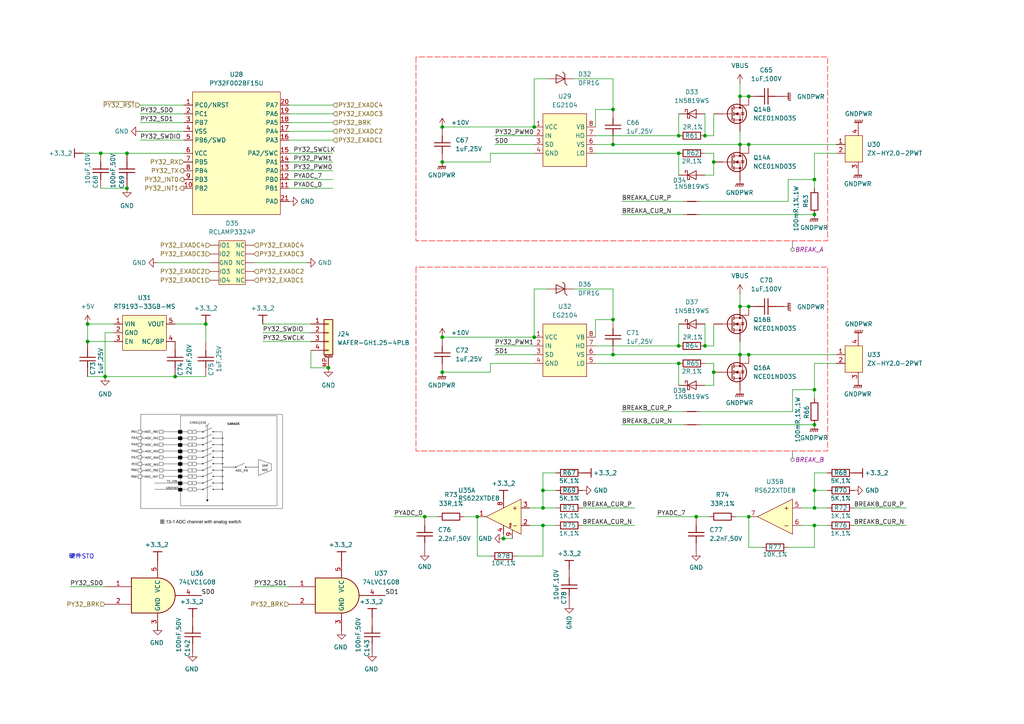
<source format=kicad_sch>
(kicad_sch (version 20250114) (generator "eeschema") (generator_version "9.0")
  (paper "A4")
  (text "硬件STO" (at 23.622 161.544 0) (effects (font (size 1.27 1.27))))
  (junction (at 154.94 36.83))
  (junction (at 30.48 109.22))
  (junction (at 207.01 107.95))
  (junction (at 25.4 99.06))
  (junction (at 236.22 142.24))
  (junction (at 217.17 41.91))
  (junction (at 36.83 44.45))
  (junction (at 196.85 100.33))
  (junction (at 157.48 152.4))
  (junction (at 29.21 44.45))
  (junction (at 236.22 147.32))
  (junction (at 123.19 149.86))
  (junction (at 157.48 142.24))
  (junction (at 201.93 149.86))
  (junction (at 59.69 93.98))
  (junction (at 177.8 41.91))
  (junction (at 217.17 27.94))
  (junction (at 204.47 39.37))
  (junction (at 217.17 102.87))
  (junction (at 128.27 36.83))
  (junction (at 214.63 102.87))
  (junction (at 217.17 149.86))
  (junction (at 214.63 27.94))
  (junction (at 236.22 113.03))
  (junction (at 177.8 92.71))
  (junction (at 128.27 97.79))
  (junction (at 236.22 52.07))
  (junction (at 196.85 105.41))
  (junction (at 196.85 39.37))
  (junction (at 177.8 31.75))
  (junction (at 207.01 46.99))
  (junction (at 128.27 107.95))
  (junction (at 214.63 88.9))
  (junction (at 146.05 156.21))
  (junction (at 50.8 109.22))
  (junction (at 128.27 46.99))
  (junction (at 236.22 152.4))
  (junction (at 196.85 44.45))
  (junction (at 236.22 62.23))
  (junction (at 154.94 97.79))
  (junction (at 36.83 54.61))
  (junction (at 138.43 149.86))
  (junction (at 177.8 102.87))
  (junction (at 25.4 93.98))
  (junction (at 157.48 147.32))
  (junction (at 204.47 100.33))
  (junction (at 95.25 106.68))
  (junction (at 214.63 41.91))
  (junction (at 217.17 88.9))
  (junction (at 236.22 123.19))
  (wire (pts (xy 236.22 113.03) (xy 236.22 105.41)))
  (wire (pts (xy 236.22 142.24) (xy 236.22 147.32)))
  (wire (pts (xy 148.59 156.21) (xy 146.05 156.21)))
  (wire (pts (xy 214.63 85.09) (xy 214.63 88.9)))
  (wire (pts (xy 154.94 22.86) (xy 158.75 22.86)))
  (wire (pts (xy 204.47 105.41) (xy 207.01 105.41)))
  (wire (pts (xy 190.5 149.86) (xy 201.93 149.86)))
  (wire (pts (xy 40.64 35.56) (xy 53.34 35.56)))
  (wire (pts (xy 143.51 39.37) (xy 154.94 39.37)))
  (wire (pts (xy 36.83 44.45) (xy 53.34 44.45)))
  (wire (pts (xy 172.72 102.87) (xy 177.8 102.87)))
  (wire (pts (xy 207.01 111.76) (xy 207.01 107.95)))
  (wire (pts (xy 83.82 52.07) (xy 96.52 52.07)))
  (wire (pts (xy 228.6 52.07) (xy 236.22 52.07)))
  (wire (pts (xy 83.82 38.1) (xy 96.52 38.1)))
  (wire (pts (xy 161.29 147.32) (xy 157.48 147.32)))
  (wire (pts (xy 177.8 102.87) (xy 214.63 102.87)))
  (wire (pts (xy 157.48 142.24) (xy 157.48 147.32)))
  (wire (pts (xy 180.34 123.19) (xy 198.12 123.19)))
  (wire (pts (xy 204.47 111.76) (xy 207.01 111.76)))
  (wire (pts (xy 217.17 149.86) (xy 217.17 158.75)))
  (wire (pts (xy 153.67 152.4) (xy 157.48 152.4)))
  (wire (pts (xy 203.2 123.19) (xy 236.22 123.19)))
  (wire (pts (xy 154.94 36.83) (xy 154.94 22.86)))
  (wire (pts (xy 228.6 158.75) (xy 236.22 158.75)))
  (wire (pts (xy 213.36 149.86) (xy 217.17 149.86)))
  (wire (pts (xy 40.64 38.1) (xy 53.34 38.1)))
  (wire (pts (xy 172.72 41.91) (xy 177.8 41.91)))
  (wire (pts (xy 114.3 149.86) (xy 123.19 149.86)))
  (wire (pts (xy 180.34 119.38) (xy 198.12 119.38)))
  (wire (pts (xy 240.03 142.24) (xy 236.22 142.24)))
  (wire (pts (xy 236.22 52.07) (xy 236.22 44.45)))
  (wire (pts (xy 172.72 100.33) (xy 196.85 100.33)))
  (wire (pts (xy 214.63 102.87) (xy 217.17 102.87)))
  (wire (pts (xy 232.41 152.4) (xy 236.22 152.4)))
  (wire (pts (xy 29.21 54.61) (xy 36.83 54.61)))
  (wire (pts (xy 168.91 152.4) (xy 184.15 152.4)))
  (wire (pts (xy 96.52 44.45) (xy 83.82 44.45)))
  (wire (pts (xy 128.27 97.79) (xy 154.94 97.79)))
  (wire (pts (xy 172.72 36.83) (xy 172.72 31.75)))
  (wire (pts (xy 172.72 44.45) (xy 196.85 44.45)))
  (wire (pts (xy 29.21 44.45) (xy 36.83 44.45)))
  (wire (pts (xy 25.4 99.06) (xy 25.4 93.98)))
  (wire (pts (xy 236.22 158.75) (xy 236.22 152.4)))
  (wire (pts (xy 172.72 31.75) (xy 177.8 31.75)))
  (wire (pts (xy 203.2 119.38) (xy 229.87 119.38)))
  (wire (pts (xy 24.13 44.45) (xy 29.21 44.45)))
  (wire (pts (xy 168.91 147.32) (xy 184.15 147.32)))
  (wire (pts (xy 134.62 149.86) (xy 138.43 149.86)))
  (wire (pts (xy 157.48 147.32) (xy 153.67 147.32)))
  (wire (pts (xy 59.69 93.98) (xy 59.69 99.06)))
  (wire (pts (xy 76.2 93.98) (xy 90.17 93.98)))
  (wire (pts (xy 236.22 115.57) (xy 236.22 113.03)))
  (wire (pts (xy 204.47 50.8) (xy 207.01 50.8)))
  (wire (pts (xy 138.43 149.86) (xy 138.43 161.29)))
  (wire (pts (xy 214.63 38.1) (xy 214.63 41.91)))
  (wire (pts (xy 196.85 33.02) (xy 196.85 39.37)))
  (wire (pts (xy 33.02 99.06) (xy 25.4 99.06)))
  (wire (pts (xy 40.64 33.02) (xy 53.34 33.02)))
  (wire (pts (xy 247.65 147.32) (xy 262.89 147.32)))
  (wire (pts (xy 90.17 106.68) (xy 95.25 106.68)))
  (wire (pts (xy 25.4 93.98) (xy 33.02 93.98)))
  (wire (pts (xy 20.32 170.18) (xy 30.48 170.18)))
  (wire (pts (xy 214.63 27.94) (xy 217.17 27.94)))
  (wire (pts (xy 204.47 93.98) (xy 204.47 100.33)))
  (wire (pts (xy 232.41 147.32) (xy 236.22 147.32)))
  (wire (pts (xy 236.22 147.32) (xy 240.03 147.32)))
  (wire (pts (xy 177.8 41.91) (xy 214.63 41.91)))
  (wire (pts (xy 73.66 170.18) (xy 83.82 170.18)))
  (wire (pts (xy 142.24 46.99) (xy 142.24 44.45)))
  (wire (pts (xy 196.85 93.98) (xy 196.85 100.33)))
  (wire (pts (xy 207.01 105.41) (xy 207.01 107.95)))
  (wire (pts (xy 204.47 33.02) (xy 204.47 39.37)))
  (wire (pts (xy 196.85 44.45) (xy 196.85 50.8)))
  (wire (pts (xy 83.82 46.99) (xy 96.52 46.99)))
  (wire (pts (xy 236.22 54.61) (xy 236.22 52.07)))
  (wire (pts (xy 83.82 33.02) (xy 96.52 33.02)))
  (wire (pts (xy 204.47 100.33) (xy 207.01 100.33)))
  (wire (pts (xy 166.37 83.82) (xy 177.8 83.82)))
  (wire (pts (xy 204.47 39.37) (xy 207.01 39.37)))
  (wire (pts (xy 157.48 161.29) (xy 157.48 152.4)))
  (wire (pts (xy 172.72 97.79) (xy 172.72 92.71)))
  (wire (pts (xy 76.2 96.52) (xy 90.17 96.52)))
  (wire (pts (xy 240.03 137.16) (xy 236.22 137.16)))
  (wire (pts (xy 236.22 152.4) (xy 240.03 152.4)))
  (wire (pts (xy 128.27 46.99) (xy 142.24 46.99)))
  (wire (pts (xy 123.19 149.86) (xy 127 149.86)))
  (wire (pts (xy 207.01 100.33) (xy 207.01 93.98)))
  (wire (pts (xy 177.8 22.86) (xy 177.8 31.75)))
  (wire (pts (xy 33.02 96.52) (xy 30.48 96.52)))
  (wire (pts (xy 76.2 99.06) (xy 90.17 99.06)))
  (wire (pts (xy 30.48 96.52) (xy 30.48 109.22)))
  (wire (pts (xy 180.34 62.23) (xy 198.12 62.23)))
  (wire (pts (xy 236.22 44.45) (xy 242.57 44.45)))
  (wire (pts (xy 149.86 161.29) (xy 157.48 161.29)))
  (wire (pts (xy 236.22 137.16) (xy 236.22 142.24)))
  (wire (pts (xy 207.01 44.45) (xy 207.01 46.99)))
  (wire (pts (xy 142.24 44.45) (xy 154.94 44.45)))
  (wire (pts (xy 214.63 24.13) (xy 214.63 27.94)))
  (wire (pts (xy 83.82 30.48) (xy 96.52 30.48)))
  (wire (pts (xy 73.66 76.2) (xy 88.9 76.2)))
  (wire (pts (xy 172.72 92.71) (xy 177.8 92.71)))
  (wire (pts (xy 247.65 152.4) (xy 262.89 152.4)))
  (wire (pts (xy 143.51 41.91) (xy 154.94 41.91)))
  (wire (pts (xy 50.8 109.22) (xy 59.69 109.22)))
  (wire (pts (xy 204.47 44.45) (xy 207.01 44.45)))
  (wire (pts (xy 236.22 105.41) (xy 242.57 105.41)))
  (wire (pts (xy 217.17 41.91) (xy 242.57 41.91)))
  (wire (pts (xy 172.72 39.37) (xy 196.85 39.37)))
  (wire (pts (xy 161.29 142.24) (xy 157.48 142.24)))
  (wire (pts (xy 207.01 39.37) (xy 207.01 33.02)))
  (wire (pts (xy 146.05 154.94) (xy 146.05 156.21)))
  (wire (pts (xy 143.51 100.33) (xy 154.94 100.33)))
  (wire (pts (xy 214.63 99.06) (xy 214.63 102.87)))
  (wire (pts (xy 177.8 83.82) (xy 177.8 92.71)))
  (wire (pts (xy 180.34 58.42) (xy 198.12 58.42)))
  (wire (pts (xy 83.82 49.53) (xy 96.52 49.53)))
  (wire (pts (xy 45.72 182.88) (xy 45.72 181.61)))
  (wire (pts (xy 201.93 149.86) (xy 205.74 149.86)))
  (wire (pts (xy 143.51 102.87) (xy 154.94 102.87)))
  (wire (pts (xy 45.72 76.2) (xy 60.96 76.2)))
  (wire (pts (xy 157.48 137.16) (xy 157.48 142.24)))
  (wire (pts (xy 40.64 40.64) (xy 53.34 40.64)))
  (wire (pts (xy 217.17 102.87) (xy 242.57 102.87)))
  (wire (pts (xy 214.63 88.9) (xy 217.17 88.9)))
  (wire (pts (xy 30.48 109.22) (xy 50.8 109.22)))
  (wire (pts (xy 83.82 40.64) (xy 96.52 40.64)))
  (wire (pts (xy 220.98 158.75) (xy 217.17 158.75)))
  (wire (pts (xy 166.37 22.86) (xy 177.8 22.86)))
  (wire (pts (xy 203.2 62.23) (xy 236.22 62.23)))
  (wire (pts (xy 229.87 113.03) (xy 236.22 113.03)))
  (wire (pts (xy 154.94 83.82) (xy 158.75 83.82)))
  (wire (pts (xy 172.72 105.41) (xy 196.85 105.41)))
  (wire (pts (xy 128.27 36.83) (xy 154.94 36.83)))
  (wire (pts (xy 83.82 35.56) (xy 96.52 35.56)))
  (wire (pts (xy 40.64 30.48) (xy 53.34 30.48)))
  (wire (pts (xy 228.6 58.42) (xy 228.6 52.07)))
  (wire (pts (xy 196.85 105.41) (xy 196.85 111.76)))
  (wire (pts (xy 142.24 161.29) (xy 138.43 161.29)))
  (wire (pts (xy 203.2 58.42) (xy 228.6 58.42)))
  (wire (pts (xy 214.63 41.91) (xy 217.17 41.91)))
  (wire (pts (xy 207.01 50.8) (xy 207.01 46.99)))
  (wire (pts (xy 50.8 93.98) (xy 59.69 93.98)))
  (wire (pts (xy 229.87 119.38) (xy 229.87 113.03)))
  (wire (pts (xy 142.24 107.95) (xy 142.24 105.41)))
  (wire (pts (xy 154.94 97.79) (xy 154.94 83.82)))
  (wire (pts (xy 157.48 152.4) (xy 161.29 152.4)))
  (wire (pts (xy 90.17 101.6) (xy 90.17 106.68)))
  (wire (pts (xy 161.29 137.16) (xy 157.48 137.16)))
  (wire (pts (xy 83.82 54.61) (xy 96.52 54.61)))
  (wire (pts (xy 142.24 105.41) (xy 154.94 105.41)))
  (wire (pts (xy 128.27 107.95) (xy 142.24 107.95)))
  (wire (pts (xy 25.4 109.22) (xy 30.48 109.22)))
  (image (at 59.69 135.89))
  (label "BREAKB_CUR_N" (at 247.65 152.4 0))
  (label "PY32_SWCLK" (at 76.2 99.06 0))
  (label "PY32_PWM0" (at 85.09 49.53 0))
  (label "PY32_SD1" (at 40.64 35.56 0))
  (label "PY32_SWCLK" (at 85.09 44.45 0))
  (label "PY32_SD0" (at 20.32 170.18 0))
  (label "BREAKA_CUR_N" (at 168.91 152.4 0))
  (label "SD1" (at 143.51 102.87 0))
  (label "PY32_PWM1" (at 143.51 100.33 0))
  (label "SD0" (at 58.42 172.72 0))
  (label "PY32_PWM0" (at 143.51 39.37 0))
  (label "PY32_SD0" (at 40.64 33.02 0))
  (label "PYADC_7" (at 190.5 149.86 0))
  (label "SD1" (at 111.76 172.72 0))
  (label "PYADC_0" (at 114.3 149.86 0))
  (label "BREAKA_CUR_P" (at 180.34 58.42 0))
  (label "BREAKA_CUR_N" (at 180.34 62.23 0))
  (label "PY32_SWDIO" (at 76.2 96.52 0))
  (label "BREAKB_CUR_P" (at 247.65 147.32 0))
  (label "PY32_PWM1" (at 85.09 46.99 0))
  (label "PYADC_0" (at 85.09 54.61 0))
  (label "SD0" (at 143.51 41.91 0))
  (label "BREAKB_CUR_N" (at 180.34 123.19 0))
  (label "BREAKA_CUR_P" (at 168.91 147.32 0))
  (label "BREAKB_CUR_P" (at 180.34 119.38 0))
  (label "PYADC_7" (at 85.09 52.07 0))
  (label "PY32_SD1" (at 73.66 170.18 0))
  (label "PY32_SWDIO" (at 40.64 40.64 0))
  (hierarchical_label "PY32_EXADC4" (shape input) (at 96.52 30.48 0))
  (hierarchical_label "PY32_EXADC2" (shape input) (at 60.96 78.74 180))
  (hierarchical_label "PY32_EXADC3" (shape input) (at 96.52 33.02 0))
  (hierarchical_label "PY32_EXADC4" (shape input) (at 73.66 71.12 0))
  (hierarchical_label "PY32_EXADC4" (shape input) (at 60.96 71.12 180))
  (hierarchical_label "PY32_BRK" (shape input) (at 83.82 175.26 180))
  (hierarchical_label "PY32_INT0" (shape output) (at 53.34 52.07 180))
  (hierarchical_label "PY32_RX" (shape input) (at 53.34 46.99 180))
  (hierarchical_label "PY32_EXADC1" (shape input) (at 60.96 81.28 180))
  (hierarchical_label "PY32_INT1" (shape output) (at 53.34 54.61 180))
  (hierarchical_label "PY32_EXADC1" (shape input) (at 96.52 40.64 0))
  (hierarchical_label "PY32_BRK" (shape input) (at 30.48 175.26 180))
  (hierarchical_label "PY32_EXADC3" (shape input) (at 60.96 73.66 180))
  (hierarchical_label "PY32_BRK" (shape input) (at 96.52 35.56 0))
  (hierarchical_label "PY32_EXADC3" (shape input) (at 73.66 73.66 0))
  (hierarchical_label "~{PY32_RST}" (shape input) (at 40.64 30.48 180))
  (hierarchical_label "PY32_EXADC1" (shape input) (at 73.66 81.28 0))
  (hierarchical_label "PY32_EXADC2" (shape input) (at 96.52 38.1 0))
  (hierarchical_label "PY32_TX" (shape output) (at 53.34 49.53 180))
  (hierarchical_label "PY32_EXADC2" (shape input) (at 73.66 78.74 0))
  (rule_area (polyline (pts (xy 120.65 16.51) (xy 120.65 69.85) (xy 240.03 69.85) (xy 240.03 16.51)) (stroke (width 0) (type dash))))
  (rule_area (polyline (pts (xy 120.65 77.47) (xy 120.65 130.81) (xy 240.03 130.81) (xy 240.03 77.47)) (stroke (width 0) (type dash))))
  (netclass_flag "" (length 2.54) (shape round) (at 229.87 130.81 180) (property "Component Class" "BREAK_B" (at 230.5685 133.35 0) (effects (font (italic yes)) (justify left))))
  (netclass_flag "" (length 2.54) (shape round) (at 229.87 69.85 180) (property "Component Class" "BREAK_A" (at 230.5685 72.39 0) (effects (font (italic yes)) (justify left))))
  (symbol (lib_id "power:+10V") (at 128.27 97.79 0) (unit 1)
    (property "Reference" "#PWR0188" (effects (hide yes)))
    (property "Value" "+10V" (at 130.81 96.5199 0) (effects (justify left)))
    (property "Description" "Power symbol creates a global label with name \"+10V\"" (effects (hide yes)))
  )
  (symbol (lib_id "HPM6280Foc:RC0402FR-075KL") (at 243.84 142.24 0) (unit 1)
    (property "Reference" "R70" (at 243.84 142.24 0))
    (property "Value" "5K,1%" (at 243.84 144.526 0))
    (property "Footprint" "Resistor_SMD:R_0402_1005Metric" (effects (hide yes)))
    (property "Datasheet" "https://atta.szlcsc.com/upload/public/pdf/source/20200715/C477765_7B5FC8325F065A7C97D0E958BF6567D2.pdf" (effects (hide yes)))
    (property "华秋编号" "G0074770" (effects (hide yes)))
    (property "立创编号" "C477765" (effects (hide yes)))
  )
  (symbol (lib_id "HPM6280Foc:0402B222K500NT") (at 123.19 154.94 90) (unit 1)
    (property "Reference" "C76" (at 127 153.6699 90) (effects (justify right)))
    (property "Value" "2.2nF,50V" (at 127 156.2099 90) (effects (justify right)))
    (property "Footprint" "Capacitor_SMD:C_0402_1005Metric" (effects (hide yes)))
    (property "Datasheet" "https://item.szlcsc.com/datasheet/0402B222K500NT/1883.html?spm=sc.it.xds.a___sc.cidn.xh12.zy.t&lcsc_vid=RFRfBVcDE1AKVwFQFlNZVFdVEVVeBlJXT1hWXgUERFUxVlNSTlNcVldfT1VbXjsOAxUeFF5JWA0HFBBIBBsCBBcFWQIBCks%3D" (effects (hide yes)))
    (property "Description" "2.2nF ±10% 50V" (effects (hide yes)))
    (property "华秋编号" "G0069655" (effects (hide yes)))
    (property "立创编号" "C1531" (effects (hide yes)))
  )
  (symbol (lib_id "HPM6280Foc:CL05A105KA5NQNC") (at 177.8 97.79 90) (unit 1)
    (property "Reference" "C71" (at 181.61 96.5199 90) (effects (justify right)))
    (property "Value" "1uF,25V" (at 181.61 99.0599 90) (effects (justify right)))
    (property "Footprint" "Capacitor_SMD:C_0402_1005Metric" (effects (hide yes)))
    (property "制造商" "SAMSUNG(三星)" (effects (hide yes)))
    (property "华秋编号" "G0023341" (effects (hide yes)))
    (property "立创编号" "C52923" (effects (hide yes)))
  )
  (symbol (lib_id "HPM6280Foc:RS622XTDE8") (at 219.71 149.86 0) (unit 2)
    (property "Reference" "U35" (at 224.79 139.7 0))
    (property "Value" "RS622XTDE8" (at 224.79 142.24 0))
    (property "Footprint" "Package_DFN_QFN:DFN-8-1EP_2x2mm_P0.5mm_EP0.6x1.2mm" (effects (hide yes)))
    (property "Datasheet" "https://item.szlcsc.com/datasheet/RS622XTDE8/249394.html?spm=sc.it.xds.a___sc.gbn.xh3.zy.t&lcsc_vid=RFBZU1BXFlVXXwIAFldZUQYEEwRfUwFQQVdcX1JeQ1cxVlNSTlJYUF1WQ1hYXjsOAxUeFF5JWAgaAglIBBsCBBcFWQIBCks%3D" (effects (hide yes)))
    (property "Description" "超低噪声11nV/√Hz,7MHz,2通道运放" (effects (hide yes)))
    (property "华秋编号" "G4251408" (effects (hide yes)))
    (property "立创编号" "C255452" (effects (hide yes)))
  )
  (symbol (lib_id "HPM6280Foc:RS622XTDE8") (at 140.97 149.86 0) (unit 1)
    (property "Reference" "U35" (at 132.842 142.24 0) (effects (justify left)))
    (property "Value" "RS622XTDE8" (at 132.842 144.526 0) (effects (justify left)))
    (property "Footprint" "Package_DFN_QFN:DFN-8-1EP_2x2mm_P0.5mm_EP0.6x1.2mm" (effects (hide yes)))
    (property "Datasheet" "https://item.szlcsc.com/datasheet/RS622XTDE8/249394.html?spm=sc.it.xds.a___sc.gbn.xh3.zy.t&lcsc_vid=RFBZU1BXFlVXXwIAFldZUQYEEwRfUwFQQVdcX1JeQ1cxVlNSTlJYUF1WQ1hYXjsOAxUeFF5JWAgaAglIBBsCBBcFWQIBCks%3D" (effects (hide yes)))
    (property "Description" "超低噪声11nV/√Hz,7MHz,2通道运放" (effects (hide yes)))
    (property "华秋编号" "G4251408" (effects (hide yes)))
    (property "立创编号" "C255452" (effects (hide yes)))
  )
  (symbol (lib_id "power:GND") (at 146.05 156.21 270) (unit 1)
    (property "Reference" "#PWR0200" (effects (hide yes)))
    (property "Value" "GND" (at 140.716 156.21 90))
    (property "Description" "Power symbol creates a global label with name \"GND\" , ground" (effects (hide yes)))
  )
  (symbol (lib_id "74xGxx:74LVC1G08") (at 45.72 172.72 0) (unit 1)
    (property "Reference" "U36" (at 57.15 166.2998 0))
    (property "Value" "74LVC1G08" (at 57.15 168.8398 0))
    (property "Footprint" "Package_TO_SOT_SMD:SOT-353_SC-70-5" (effects (hide yes)))
    (property "Datasheet" "https://www.ti.com/lit/ds/symlink/sn74lvc1g08.pdf" (effects (hide yes)))
    (property "Description" "Single AND Gate, Low-Voltage CMOS" (effects (hide yes)))
  )
  (symbol (lib_id "power:GNDPWR") (at 236.22 62.23 0) (unit 1)
    (property "Reference" "#PWR0181" (effects (hide yes)))
    (property "Value" "GNDPWR" (at 236.093 66.04 0))
    (property "Description" "Power symbol creates a global label with name \"GNDPWR\" , global ground" (effects (hide yes)))
  )
  (symbol (lib_id "power:GNDPWR") (at 236.22 123.19 0) (unit 1)
    (property "Reference" "#PWR0194" (effects (hide yes)))
    (property "Value" "GNDPWR" (at 236.093 127 0))
    (property "Description" "Power symbol creates a global label with name \"GNDPWR\" , global ground" (effects (hide yes)))
  )
  (symbol (lib_id "HPM6280Foc:0402WGF1001TCE") (at 243.84 147.32 0) (unit 1)
    (property "Reference" "R72" (at 243.84 147.32 0))
    (property "Value" "1K,1%" (at 243.84 149.606 0))
    (property "Footprint" "Resistor_SMD:R_0402_1005Metric" (effects (hide yes)))
    (property "华秋编号" "G0063277" (effects (hide yes)))
    (property "立创编号" "C11702" (effects (hide yes)))
  )
  (symbol (lib_id "power:GNDPWR") (at 214.63 113.03 0) (unit 1)
    (property "Reference" "#PWR0193" (effects (hide yes)))
    (property "Value" "GNDPWR" (at 214.503 116.84 0))
    (property "Description" "Power symbol creates a global label with name \"GNDPWR\" , global ground" (effects (hide yes)))
  )
  (symbol (lib_id "HPM6280Foc:PY32F002BF15U") (at 55.88 26.67 0) (unit 1)
    (property "Reference" "U28" (at 68.58 21.59 0))
    (property "Value" "PY32F002BF15U" (at 68.58 24.13 0))
    (property "Footprint" "Package_DFN_QFN:QFN-20-1EP_3x3mm_P0.4mm_EP1.65x1.65mm" (effects (hide yes)))
    (property "Datasheet" "https://download.py32.org/Datasheet/zh-CN/PY32F002B%E7%B3%BB%E5%88%97%E6%95%B0%E6%8D%AE%E6%89%8B%E5%86%8C_Rev1.2.pdf" (effects (hide yes)))
  )
  (symbol (lib_id "HPM6280Foc:RC0402FR-075KL") (at 165.1 142.24 0) (unit 1)
    (property "Reference" "R69" (at 165.1 142.24 0))
    (property "Value" "5K,1%" (at 165.1 144.526 0))
    (property "Footprint" "Resistor_SMD:R_0402_1005Metric" (effects (hide yes)))
    (property "Datasheet" "https://atta.szlcsc.com/upload/public/pdf/source/20200715/C477765_7B5FC8325F065A7C97D0E958BF6567D2.pdf" (effects (hide yes)))
    (property "华秋编号" "G0074770" (effects (hide yes)))
    (property "立创编号" "C477765" (effects (hide yes)))
  )
  (symbol (lib_id "power:GND") (at 83.82 58.42 90) (unit 1)
    (property "Reference" "#PWR0180" (effects (hide yes)))
    (property "Value" "GND" (at 89.154 58.42 90))
    (property "Description" "Power symbol creates a global label with name \"GND\" , ground" (effects (hide yes)))
  )
  (symbol (lib_id "HPM6280Foc:0402B223K500NT") (at 50.8 104.14 90) (unit 1)
    (property "Reference" "C74" (at 52.324 105.156 0) (effects (justify right)))
    (property "Value" "22nF,50V" (at 54.864 99.822 0) (effects (justify right)))
    (property "Footprint" "Capacitor_SMD:C_0402_1005Metric" (effects (hide yes)))
    (property "Datasheet" "https://item.szlcsc.com/datasheet/0402B223K500NT/1884.html?spm=sc.it.xds.a___sc.cidn.xh1.zy.n&lcsc_vid=RFBZU1BXFlVXXwIAFldZUQYEEwRfUwFQQVdcX1JeQ1cxVlNSTlJZV1ZUQllYUzsOAxUeFF5JWBIBSRccGwIdBEoFGAxBAAgJFQACSQwSGg0%3D" (effects (hide yes)))
    (property "Description" "22nF ±10% 50V" (effects (hide yes)))
    (property "华秋编号" "G0065583" (effects (hide yes)))
    (property "立创编号" "C1532" (effects (hide yes)))
  )
  (symbol (lib_id "HPM6280Foc:+3.3_2") (at 170.18 137.16 90) (unit 1)
    (property "Reference" "#PWR0195" (effects (hide yes)))
    (property "Value" "+3.3_2" (at 175.514 137.16 90))
    (property "Description" "电源符号创建名为 '+3.3_2' 的全局标签" (effects (hide yes)))
  )
  (symbol (lib_id "HPM6280Foc:+3.3_2") (at 55.88 177.8 180) (unit 1)
    (property "Reference" "#PWR0333" (effects (hide yes)))
    (property "Value" "+3.3_2" (at 55.626 174.498 0))
    (property "Description" "电源符号创建名为 '+3.3_2' 的全局标签" (effects (hide yes)))
  )
  (symbol (lib_id "power:GND") (at 95.25 106.68 0) (unit 1)
    (property "Reference" "#PWR065" (effects (hide yes)))
    (property "Value" "GND" (at 95.25 111.76 0))
    (property "Description" "Power symbol creates a global label with name \"GND\" , ground" (effects (hide yes)))
  )
  (symbol (lib_id "power:GNDPWR") (at 227.33 27.94 90) (unit 1)
    (property "Reference" "#PWR0171" (effects (hide yes)))
    (property "Value" "GNDPWR" (at 231.14 28.0669 90) (effects (justify right)))
    (property "Description" "Power symbol creates a global label with name \"GNDPWR\" , global ground" (effects (hide yes)))
  )
  (symbol (lib_id "HPM6280Foc:NCE01ND03S") (at 207.01 107.95 0) (unit 1)
    (property "Reference" "Q16" (at 218.44 106.6799 0) (effects (justify left)))
    (property "Value" "NCE01ND03S" (at 218.44 109.2199 0) (effects (justify left)))
    (property "Footprint" "Package_SO:SOP-8_3.9x4.9mm_P1.27mm" (effects (hide yes)))
    (property "Datasheet" "https://item.szlcsc.com/datasheet/NCE01ND03S/515366.html?spm=sc.it.xds.a___sc.gbn.xh1.zy.t&lcsc_vid=RFBZU1BXFlVXXwIAFldZUQYEEwRfUwFQQVdcX1JeQ1cxVlNSTlJYVl1fRFFdUjsOAxUeFF5JWA0HFBBIBBsCBBcFWQIBCks%3D" (effects (hide yes)))
    (property "Description" "2个N沟道 耐压:100V 电流:3A" (effects (hide yes)))
    (property "华秋编号" "G6603933" (effects (hide yes)))
    (property "立创编号" "C502845" (effects (hide yes)))
  )
  (symbol (lib_id "HPM6280Foc:NCE01ND03S") (at 207.01 93.98 0) (unit 2)
    (property "Reference" "Q16" (at 218.44 92.7099 0) (effects (justify left)))
    (property "Value" "NCE01ND03S" (at 218.44 95.2499 0) (effects (justify left)))
    (property "Footprint" "Package_SO:SOP-8_3.9x4.9mm_P1.27mm" (effects (hide yes)))
    (property "Datasheet" "https://item.szlcsc.com/datasheet/NCE01ND03S/515366.html?spm=sc.it.xds.a___sc.gbn.xh1.zy.t&lcsc_vid=RFBZU1BXFlVXXwIAFldZUQYEEwRfUwFQQVdcX1JeQ1cxVlNSTlJYVl1fRFFdUjsOAxUeFF5JWA0HFBBIBBsCBBcFWQIBCks%3D" (effects (hide yes)))
    (property "Description" "2个N沟道 耐压:100V 电流:3A" (effects (hide yes)))
    (property "华秋编号" "G6603933" (effects (hide yes)))
    (property "立创编号" "C502845" (effects (hide yes)))
  )
  (symbol (lib_id "Device:NetTie_2") (at 200.66 119.38 0) (unit 1) (in_bom no)
    (property "Reference" "NT19" (effects (hide yes)))
    (property "Value" "NetTie_2" (effects (hide yes)))
    (property "Footprint" "Library:NetTie_SMD_5mil" (effects (hide yes)))
    (property "Description" "Net tie, 2 pins" (effects (hide yes)))
  )
  (symbol (lib_id "power:GND") (at 107.95 189.23 0) (unit 1)
    (property "Reference" "#PWR0336" (effects (hide yes)))
    (property "Value" "GND" (at 107.696 194.056 0))
    (property "Description" "Power symbol creates a global label with name \"GND\" , ground" (effects (hide yes)))
  )
  (symbol (lib_id "power:GND") (at 99.06 182.88 0) (unit 1)
    (property "Reference" "#PWR0332" (effects (hide yes)))
    (property "Value" "GND" (at 98.806 187.706 0))
    (property "Description" "Power symbol creates a global label with name \"GND\" , ground" (effects (hide yes)))
  )
  (symbol (lib_id "power:GND") (at 165.1 175.26 0) (unit 1)
    (property "Reference" "#PWR0204" (effects (hide yes)))
    (property "Value" "GND" (at 165.1 180.594 90))
    (property "Description" "Power symbol creates a global label with name \"GND\" , ground" (effects (hide yes)))
  )
  (symbol (lib_id "power:VBUS") (at 214.63 85.09 0) (unit 1)
    (property "Reference" "#PWR0184" (effects (hide yes)))
    (property "Value" "VBUS" (at 214.63 80.01 0))
    (property "Description" "Power symbol creates a global label with name \"VBUS\"" (effects (hide yes)))
  )
  (symbol (lib_id "HPM6280Foc:CL05A105KA5NQNC") (at 177.8 36.83 90) (unit 1)
    (property "Reference" "C66" (at 181.61 35.5599 90) (effects (justify right)))
    (property "Value" "1uF,25V" (at 181.61 38.0999 90) (effects (justify right)))
    (property "Footprint" "Capacitor_SMD:C_0402_1005Metric" (effects (hide yes)))
    (property "制造商" "SAMSUNG(三星)" (effects (hide yes)))
    (property "华秋编号" "G0023341" (effects (hide yes)))
    (property "立创编号" "C52923" (effects (hide yes)))
  )
  (symbol (lib_id "HPM6280Foc:0402WGF200KTCE") (at 200.66 105.41 0) (unit 1)
    (property "Reference" "R65" (at 200.914 105.41 0))
    (property "Value" "2R,1%" (at 200.66 107.696 0))
    (property "Footprint" "Resistor_SMD:R_0402_1005Metric" (effects (hide yes)))
    (property "Datasheet" "https://item.szlcsc.com/datasheet/0402WGF200KTCE/260010.html?spm=sc.it.xds.a___sc.cidn.xh1.zy.n&lcsc_vid=RFBZU1BXFlVXXwIAFldZUQYEEwRfUwFQQVdcX1JeQ1cxVlNSTlJYUFxSQ1dWXzsOAxUeFF5JWBIBSRccGwIdBEoFGAxBAAgJFQACSQwSGg0%3D" (effects (hide yes)))
    (property "Description" "2Ω ±1% 62.5mW 厚膜电阻" (effects (hide yes)))
    (property "华秋编号" "G3327760" (effects (hide yes)))
    (property "立创编号" "C270630" (effects (hide yes)))
  )
  (symbol (lib_id "power:GND") (at 30.48 109.22 0) (unit 1)
    (property "Reference" "#PWR0191" (effects (hide yes)))
    (property "Value" "GND" (at 30.48 114.3 0))
    (property "Description" "Power symbol creates a global label with name \"GND\" , ground" (effects (hide yes)))
  )
  (symbol (lib_id "HPM6280Foc:RC0402FR-075KL") (at 243.84 137.16 0) (unit 1)
    (property "Reference" "R68" (at 243.84 137.16 0))
    (property "Value" "5K,1%" (at 243.84 139.446 0))
    (property "Footprint" "Resistor_SMD:R_0402_1005Metric" (effects (hide yes)))
    (property "Datasheet" "https://atta.szlcsc.com/upload/public/pdf/source/20200715/C477765_7B5FC8325F065A7C97D0E958BF6567D2.pdf" (effects (hide yes)))
    (property "华秋编号" "G0074770" (effects (hide yes)))
    (property "立创编号" "C477765" (effects (hide yes)))
  )
  (symbol (lib_id "HPM6280Foc:CL05A105KA5NQNC") (at 25.4 104.14 90) (unit 1)
    (property "Reference" "C73" (at 26.924 104.902 0) (effects (justify right)))
    (property "Value" "1uF,25V" (at 29.21 100.838 0) (effects (justify right)))
    (property "Footprint" "Capacitor_SMD:C_0402_1005Metric" (effects (hide yes)))
    (property "制造商" "SAMSUNG(三星)" (effects (hide yes)))
    (property "华秋编号" "G0023341" (effects (hide yes)))
    (property "立创编号" "C52923" (effects (hide yes)))
  )
  (symbol (lib_id "HPM6280Foc:+3.3_2") (at 76.2 92.71 180) (unit 1)
    (property "Reference" "#PWR0328" (effects (hide yes)))
    (property "Value" "+3.3_2" (at 76.2 89.408 0))
    (property "Description" "电源符号创建名为 '+3.3_2' 的全局标签" (effects (hide yes)))
  )
  (symbol (lib_id "power:GND") (at 36.83 54.61 0) (unit 1)
    (property "Reference" "#PWR0179" (effects (hide yes)))
    (property "Value" "GND" (at 36.83 59.69 0))
    (property "Description" "Power symbol creates a global label with name \"GND\" , ground" (effects (hide yes)))
  )
  (symbol (lib_id "HPM6280Foc:1N5819WS") (at 200.66 50.8 0) (unit 1)
    (property "Reference" "D34" (at 197.104 52.324 0))
    (property "Value" "1N5819WS" (at 200.66 54.102 0))
    (property "Footprint" "Diode_SMD:D_SOD-323" (effects (hide yes)))
    (property "Datasheet" "https://atta.szlcsc.com/upload/public/pdf/source/20230529/214B3FB8D4596818D3F2CF30260BF240.pdf" (effects (hide yes)))
    (property "Description" "40V,1A,600mV" (effects (hide yes)))
    (property "华秋编号" "G6013981" (effects (hide yes)))
    (property "立创编号" "C7202959" (effects (hide yes)))
  )
  (symbol (lib_id "HPM6280Foc:CL05A105KA5NQNC") (at 128.27 102.87 90) (unit 1)
    (property "Reference" "C72" (at 132.08 101.5999 90) (effects (justify right)))
    (property "Value" "1uF,25V" (at 132.08 104.1399 90) (effects (justify right)))
    (property "Footprint" "Capacitor_SMD:C_0402_1005Metric" (effects (hide yes)))
    (property "制造商" "SAMSUNG(三星)" (effects (hide yes)))
    (property "华秋编号" "G0023341" (effects (hide yes)))
    (property "立创编号" "C52923" (effects (hide yes)))
  )
  (symbol (lib_id "HPM6280Foc:0402WGF200KTCE") (at 200.66 44.45 0) (unit 1)
    (property "Reference" "R62" (at 200.914 44.45 0))
    (property "Value" "2R,1%" (at 200.66 46.736 0))
    (property "Footprint" "Resistor_SMD:R_0402_1005Metric" (effects (hide yes)))
    (property "Datasheet" "https://item.szlcsc.com/datasheet/0402WGF200KTCE/260010.html?spm=sc.it.xds.a___sc.cidn.xh1.zy.n&lcsc_vid=RFBZU1BXFlVXXwIAFldZUQYEEwRfUwFQQVdcX1JeQ1cxVlNSTlJYUFxSQ1dWXzsOAxUeFF5JWBIBSRccGwIdBEoFGAxBAAgJFQACSQwSGg0%3D" (effects (hide yes)))
    (property "Description" "2Ω ±1% 62.5mW 厚膜电阻" (effects (hide yes)))
    (property "华秋编号" "G3327760" (effects (hide yes)))
    (property "立创编号" "C270630" (effects (hide yes)))
  )
  (symbol (lib_id "power:GNDPWR") (at 248.92 49.53 0) (unit 1)
    (property "Reference" "#PWR0177" (effects (hide yes)))
    (property "Value" "GNDPWR" (at 248.793 53.34 0))
    (property "Description" "Power symbol creates a global label with name \"GNDPWR\" , global ground" (effects (hide yes)))
  )
  (symbol (lib_id "HPM6280Foc:+3.3_2") (at 45.72 161.29 180) (unit 1)
    (property "Reference" "#PWR0330" (effects (hide yes)))
    (property "Value" "+3.3_2" (at 45.466 157.988 0))
    (property "Description" "电源符号创建名为 '+3.3_2' 的全局标签" (effects (hide yes)))
  )
  (symbol (lib_id "HPM6280Foc:1N5819WS") (at 200.66 93.98 0) (unit 1)
    (property "Reference" "D37" (at 200.66 87.63 0))
    (property "Value" "1N5819WS" (at 200.66 90.17 0))
    (property "Footprint" "Diode_SMD:D_SOD-323" (effects (hide yes)))
    (property "Datasheet" "https://atta.szlcsc.com/upload/public/pdf/source/20230529/214B3FB8D4596818D3F2CF30260BF240.pdf" (effects (hide yes)))
    (property "Description" "40V,1A,600mV" (effects (hide yes)))
    (property "华秋编号" "G6013981" (effects (hide yes)))
    (property "立创编号" "C7202959" (effects (hide yes)))
  )
  (symbol (lib_id "power:GND") (at 55.88 189.23 0) (unit 1)
    (property "Reference" "#PWR0334" (effects (hide yes)))
    (property "Value" "GND" (at 55.626 194.056 0))
    (property "Description" "Power symbol creates a global label with name \"GND\" , ground" (effects (hide yes)))
  )
  (symbol (lib_id "HPM6280Foc:CC0402KRX7R7BB104") (at 36.83 49.53 90) (unit 1)
    (property "Reference" "C69" (at 35.306 50.8 0) (effects (justify right)))
    (property "Value" "100nF,50V" (at 32.766 44.45 0) (effects (justify right)))
    (property "Footprint" "Capacitor_SMD:C_0402_1005Metric" (effects (hide yes)))
    (property "制造商" "YAGEO(国巨)" (effects (hide yes)))
    (property "华秋编号" "G0042289" (effects (hide yes)))
    (property "立创编号" "C60474" (effects (hide yes)))
  )
  (symbol (lib_id "power:GNDPWR") (at 214.63 52.07 0) (unit 1)
    (property "Reference" "#PWR0178" (effects (hide yes)))
    (property "Value" "GNDPWR" (at 214.503 55.88 0))
    (property "Description" "Power symbol creates a global label with name \"GNDPWR\" , global ground" (effects (hide yes)))
  )
  (symbol (lib_id "power:GND") (at 45.72 76.2 270) (mirror x) (unit 1)
    (property "Reference" "#PWR0182" (effects (hide yes)))
    (property "Value" "GND" (at 40.386 76.2 90))
    (property "Description" "Power symbol creates a global label with name \"GND\" , ground" (effects (hide yes)))
  )
  (symbol (lib_id "HPM6280Foc:+3.3_2") (at 248.92 137.16 90) (unit 1)
    (property "Reference" "#PWR0196" (effects (hide yes)))
    (property "Value" "+3.3_2" (at 254.254 137.16 90))
    (property "Description" "电源符号创建名为 '+3.3_2' 的全局标签" (effects (hide yes)))
  )
  (symbol (lib_id "HPM6280Foc:ZX-HY2.0-2PWT") (at 245.11 39.37 0) (unit 1)
    (property "Reference" "U30" (at 251.46 41.9099 0) (effects (justify left)))
    (property "Value" "ZX-HY2.0-2PWT" (at 251.46 44.4499 0) (effects (justify left)))
    (property "Footprint" "Library:ZX-HY2.0-2PWT" (effects (hide yes)))
    (property "Datasheet" "https://item.szlcsc.com/datasheet/ZX-HY2.0-2PWT/8427486.html?spm=sc.it.xds.a___sc.gbn.xh5.zy.t&lcsc_vid=RFBZU1BXFlVXXwIAFldZUQYEEwRfUwFQQVdcX1JeQ1cxVlNSTlJZV1xRTlRaUjsOAxUeFF5JWA0HFBBIBBsCBBcFWQIBCks%3D" (effects (hide yes)))
    (property "Description" "1x2P 间距:2mm 卧贴 系列:HY" (effects (hide yes)))
    (property "立创编号" "C7429569" (effects (hide yes)))
  )
  (symbol (lib_id "Device:NetTie_2") (at 200.66 62.23 0) (unit 1) (in_bom no)
    (property "Reference" "NT18" (effects (hide yes)))
    (property "Value" "NetTie_2" (effects (hide yes)))
    (property "Footprint" "Library:NetTie_SMD_5mil" (effects (hide yes)))
    (property "Description" "Net tie, 2 pins" (effects (hide yes)))
  )
  (symbol (lib_id "HPM6280Foc:+3.3_2") (at 22.86 44.45 270) (unit 1)
    (property "Reference" "#PWR0175" (effects (hide yes)))
    (property "Value" "+3.3_2" (at 17.526 44.45 90))
    (property "Description" "电源符号创建名为 '+3.3_2' 的全局标签" (effects (hide yes)))
  )
  (symbol (lib_id "HPM6280Foc:NCE01ND03S") (at 207.01 46.99 0) (unit 1)
    (property "Reference" "Q14" (at 218.44 45.7199 0) (effects (justify left)))
    (property "Value" "NCE01ND03S" (at 218.44 48.2599 0) (effects (justify left)))
    (property "Footprint" "Package_SO:SOP-8_3.9x4.9mm_P1.27mm" (effects (hide yes)))
    (property "Datasheet" "https://item.szlcsc.com/datasheet/NCE01ND03S/515366.html?spm=sc.it.xds.a___sc.gbn.xh1.zy.t&lcsc_vid=RFBZU1BXFlVXXwIAFldZUQYEEwRfUwFQQVdcX1JeQ1cxVlNSTlJYVl1fRFFdUjsOAxUeFF5JWA0HFBBIBBsCBBcFWQIBCks%3D" (effects (hide yes)))
    (property "Description" "2个N沟道 耐压:100V 电流:3A" (effects (hide yes)))
    (property "华秋编号" "G6603933" (effects (hide yes)))
    (property "立创编号" "C502845" (effects (hide yes)))
  )
  (symbol (lib_id "HPM6280Foc:NCE01ND03S") (at 207.01 33.02 0) (unit 2)
    (property "Reference" "Q14" (at 218.44 31.7499 0) (effects (justify left)))
    (property "Value" "NCE01ND03S" (at 218.44 34.2899 0) (effects (justify left)))
    (property "Footprint" "Package_SO:SOP-8_3.9x4.9mm_P1.27mm" (effects (hide yes)))
    (property "Datasheet" "https://item.szlcsc.com/datasheet/NCE01ND03S/515366.html?spm=sc.it.xds.a___sc.gbn.xh1.zy.t&lcsc_vid=RFBZU1BXFlVXXwIAFldZUQYEEwRfUwFQQVdcX1JeQ1cxVlNSTlJYVl1fRFFdUjsOAxUeFF5JWA0HFBBIBBsCBBcFWQIBCks%3D" (effects (hide yes)))
    (property "Description" "2个N沟道 耐压:100V 电流:3A" (effects (hide yes)))
    (property "华秋编号" "G6603933" (effects (hide yes)))
    (property "立创编号" "C502845" (effects (hide yes)))
  )
  (symbol (lib_id "HPM6280Foc:0402B222K500NT") (at 201.93 154.94 90) (unit 1)
    (property "Reference" "C77" (at 205.74 153.6699 90) (effects (justify right)))
    (property "Value" "2.2nF,50V" (at 205.74 156.2099 90) (effects (justify right)))
    (property "Footprint" "Capacitor_SMD:C_0402_1005Metric" (effects (hide yes)))
    (property "Datasheet" "https://item.szlcsc.com/datasheet/0402B222K500NT/1883.html?spm=sc.it.xds.a___sc.cidn.xh12.zy.t&lcsc_vid=RFRfBVcDE1AKVwFQFlNZVFdVEVVeBlJXT1hWXgUERFUxVlNSTlNcVldfT1VbXjsOAxUeFF5JWA0HFBBIBBsCBBcFWQIBCks%3D" (effects (hide yes)))
    (property "Description" "2.2nF ±10% 50V" (effects (hide yes)))
    (property "华秋编号" "G0069655" (effects (hide yes)))
    (property "立创编号" "C1531" (effects (hide yes)))
  )
  (symbol (lib_id "HPM6280Foc:CL05A105KA5NQNC") (at 128.27 41.91 90) (unit 1)
    (property "Reference" "C67" (at 132.08 40.6399 90) (effects (justify right)))
    (property "Value" "1uF,25V" (at 132.08 43.1799 90) (effects (justify right)))
    (property "Footprint" "Capacitor_SMD:C_0402_1005Metric" (effects (hide yes)))
    (property "制造商" "SAMSUNG(三星)" (effects (hide yes)))
    (property "华秋编号" "G0023341" (effects (hide yes)))
    (property "立创编号" "C52923" (effects (hide yes)))
  )
  (symbol (lib_id "power:GND") (at 247.65 142.24 90) (unit 1)
    (property "Reference" "#PWR0198" (effects (hide yes)))
    (property "Value" "GND" (at 252.984 142.24 90))
    (property "Description" "Power symbol creates a global label with name \"GND\" , ground" (effects (hide yes)))
  )
  (symbol (lib_id "Device:NetTie_2") (at 200.66 123.19 0) (unit 1) (in_bom no)
    (property "Reference" "NT20" (effects (hide yes)))
    (property "Value" "NetTie_2" (effects (hide yes)))
    (property "Footprint" "Library:NetTie_SMD_5mil" (effects (hide yes)))
    (property "Description" "Net tie, 2 pins" (effects (hide yes)))
  )
  (symbol (lib_id "HPM6280Foc:0402WGF1001TCE") (at 165.1 147.32 0) (unit 1)
    (property "Reference" "R71" (at 165.1 147.32 0))
    (property "Value" "1K,1%" (at 165.1 149.606 0))
    (property "Footprint" "Resistor_SMD:R_0402_1005Metric" (effects (hide yes)))
    (property "华秋编号" "G0063277" (effects (hide yes)))
    (property "立创编号" "C11702" (effects (hide yes)))
  )
  (symbol (lib_id "HPM6280Foc:0402WGF330JTCE") (at 209.55 149.86 0) (unit 1)
    (property "Reference" "R74" (at 209.55 143.51 0))
    (property "Value" "33R,1%" (at 209.55 146.05 0))
    (property "Footprint" "Resistor_SMD:R_0402_1005Metric" (effects (hide yes)))
    (property "制造商" "UNI-ROYAL(厚声)" (effects (hide yes)))
    (property "华秋编号" "G0064864" (effects (hide yes)))
    (property "立创编号" "C25105" (effects (hide yes)))
  )
  (symbol (lib_id "HPM6280Foc:CL31B105KCHNNNE") (at 222.25 27.94 0) (unit 1)
    (property "Reference" "C65" (at 222.25 20.32 0))
    (property "Value" "1uF,100V" (at 222.25 22.86 0))
    (property "Footprint" "Capacitor_SMD:C_1206_3216Metric" (effects (hide yes)))
    (property "华秋编号" "G0022051" (effects (hide yes)))
    (property "立创编号" "C13832" (effects (hide yes)))
  )
  (symbol (lib_id "HPM6280Foc:0402WGF200KTCE") (at 200.66 100.33 0) (unit 1)
    (property "Reference" "R64" (at 200.66 100.33 0))
    (property "Value" "2R,1%" (at 200.914 97.79 0))
    (property "Footprint" "Resistor_SMD:R_0402_1005Metric" (effects (hide yes)))
    (property "Datasheet" "https://item.szlcsc.com/datasheet/0402WGF200KTCE/260010.html?spm=sc.it.xds.a___sc.cidn.xh1.zy.n&lcsc_vid=RFBZU1BXFlVXXwIAFldZUQYEEwRfUwFQQVdcX1JeQ1cxVlNSTlJYUFxSQ1dWXzsOAxUeFF5JWBIBSRccGwIdBEoFGAxBAAgJFQACSQwSGg0%3D" (effects (hide yes)))
    (property "Description" "2Ω ±1% 62.5mW 厚膜电阻" (effects (hide yes)))
    (property "华秋编号" "G3327760" (effects (hide yes)))
    (property "立创编号" "C270630" (effects (hide yes)))
  )
  (symbol (lib_id "HPM6280Foc:WAFER-SH1.0-4PLB") (at 95.25 97.79 0) (unit 1)
    (property "Reference" "J24" (at 97.79 96.8755 0) (effects (justify left)))
    (property "Value" "WAFER-GH1.25-4PLB" (at 97.79 99.4155 0) (effects (justify left)))
    (property "Footprint" "Connector_JST:JST_SH_BM04B-SRSS-TB_1x04-1MP_P1.00mm_Vertical" (effects (hide yes)))
    (property "Datasheet" "https://item.szlcsc.com/datasheet/WAFER-SH1.0-4PLB/3561346.html?spm=sc.it.xds.a___sc.gbn.xh3.zy.t&lcsc_vid=RFRfBVcDE1AKVwFQFlNZVFdVEVVeBlJXT1hWXgUERFUxVlNTRlheVFBfTldYUTsOAxUeFF5JWA0HFBBIBBsCBBcFWQIBCks%3D" (effects (hide yes)))
    (property "Description" "GH1.25 4P 立贴" (effects (hide yes)))
    (property "立创编号" "C3029334" (effects (hide yes)))
    (property "华秋编号" "G14550773" (effects (hide yes)))
  )
  (symbol (lib_id "HPM6280Foc:CL05A106MP5NUNC") (at 165.1 170.18 270) (unit 1)
    (property "Reference" "C78" (at 163.576 171.45 0) (effects (justify left)))
    (property "Value" "10uF,10V" (at 161.29 165.1 0) (effects (justify left)))
    (property "Footprint" "Capacitor_SMD:C_0402_1005Metric" (effects (hide yes)))
    (property "Datasheet" "https://atta.szlcsc.com/upload/public/pdf/source/20231220/1EF805BAE1520675928CC4638D279E74.pdf" (effects (hide yes)))
    (property "华秋编号" "G0022855" (effects (hide yes)))
    (property "立创编号" "C315248" (effects (hide yes)))
  )
  (symbol (lib_id "power:VBUS") (at 214.63 24.13 0) (unit 1)
    (property "Reference" "#PWR0170" (effects (hide yes)))
    (property "Value" "VBUS" (at 214.63 19.05 0))
    (property "Description" "Power symbol creates a global label with name \"VBUS\"" (effects (hide yes)))
  )
  (symbol (lib_id "power:GNDPWR") (at 128.27 46.99 0) (unit 1)
    (property "Reference" "#PWR0176" (effects (hide yes)))
    (property "Value" "GNDPWR" (at 128.143 50.8 0))
    (property "Description" "Power symbol creates a global label with name \"GNDPWR\" , global ground" (effects (hide yes)))
  )
  (symbol (lib_id "74xGxx:74LVC1G08") (at 99.06 172.72 0) (unit 1)
    (property "Reference" "U37" (at 110.49 166.2998 0))
    (property "Value" "74LVC1G08" (at 110.49 168.8398 0))
    (property "Footprint" "Package_TO_SOT_SMD:SOT-353_SC-70-5" (effects (hide yes)))
    (property "Datasheet" "https://www.ti.com/lit/ds/symlink/sn74lvc1g08.pdf" (effects (hide yes)))
    (property "Description" "Single AND Gate, Low-Voltage CMOS" (effects (hide yes)))
  )
  (symbol (lib_id "HPM6280Foc:0402WGF1002TCE") (at 146.05 161.29 180) (unit 1)
    (property "Reference" "R78" (at 146.05 161.29 0))
    (property "Value" "10K,1%" (at 146.05 163.322 0))
    (property "Footprint" "Resistor_SMD:R_0402_1005Metric" (effects (hide yes)))
    (property "Datasheet" "https://atta.szlcsc.com/upload/public/pdf/source/20200306/C422600_1E6D84923E4A46A82E41ADD87F860B5C.pdf" (effects (hide yes)))
    (property "华秋编号" "G0063278" (effects (hide yes)))
    (property "立创编号" "C25744" (effects (hide yes)))
  )
  (symbol (lib_id "power:GNDPWR") (at 248.92 110.49 0) (unit 1)
    (property "Reference" "#PWR0192" (effects (hide yes)))
    (property "Value" "GNDPWR" (at 248.793 114.3 0))
    (property "Description" "Power symbol creates a global label with name \"GNDPWR\" , global ground" (effects (hide yes)))
  )
  (symbol (lib_id "HPM6280Foc:+3.3_2") (at 59.69 92.71 180) (unit 1)
    (property "Reference" "#PWR0186" (effects (hide yes)))
    (property "Value" "+3.3_2" (at 59.69 89.408 0))
    (property "Description" "电源符号创建名为 '+3.3_2' 的全局标签" (effects (hide yes)))
  )
  (symbol (lib_id "HPM6280Foc:+3.3_2") (at 165.1 163.83 180) (unit 1)
    (property "Reference" "#PWR0203" (effects (hide yes)))
    (property "Value" "+3.3_2" (at 165.1 160.528 0))
    (property "Description" "电源符号创建名为 '+3.3_2' 的全局标签" (effects (hide yes)))
  )
  (symbol (lib_id "power:GND") (at 123.19 160.02 0) (unit 1)
    (property "Reference" "#PWR0201" (effects (hide yes)))
    (property "Value" "GND" (at 123.19 164.338 0))
    (property "Description" "Power symbol creates a global label with name \"GND\" , ground" (effects (hide yes)))
  )
  (symbol (lib_id "HPM6280Foc:RC0402FR-075KL") (at 165.1 137.16 0) (unit 1)
    (property "Reference" "R67" (at 165.1 137.16 0))
    (property "Value" "5K,1%" (at 165.1 139.446 0))
    (property "Footprint" "Resistor_SMD:R_0402_1005Metric" (effects (hide yes)))
    (property "Datasheet" "https://atta.szlcsc.com/upload/public/pdf/source/20200715/C477765_7B5FC8325F065A7C97D0E958BF6567D2.pdf" (effects (hide yes)))
    (property "华秋编号" "G0074770" (effects (hide yes)))
    (property "立创编号" "C477765" (effects (hide yes)))
  )
  (symbol (lib_id "power:+5V") (at 25.4 93.98 0) (unit 1)
    (property "Reference" "#PWR0187" (effects (hide yes)))
    (property "Value" "+5V" (at 25.4 88.9 0))
    (property "Description" "Power symbol creates a global label with name \"+5V\"" (effects (hide yes)))
  )
  (symbol (lib_id "HPM6280Foc:EG2104") (at 157.48 33.02 0) (unit 1)
    (property "Reference" "U29" (at 163.83 27.94 0))
    (property "Value" "EG2104" (at 163.83 30.48 0))
    (property "Footprint" "Package_SO:SOP-8_3.9x4.9mm_P1.27mm" (effects (hide yes)))
    (property "Datasheet" "https://www.egmicro.com/static/doc/%E5%8A%9F%E7%8E%87%E9%A9%B1%E5%8A%A8%E8%8A%AF%E7%89%87/%E5%8D%95%E7%9B%B8%E5%8D%8A%E6%A1%A5/EG2104%20%E5%B8%A6SD%E5%8A%9F%E8%83%BD%E9%AB%98%E5%8E%8B600V2A%E5%8D%8A%E6%A1%A5%E9%A9%B1%E5%8A%A8%E8%8A%AF%E7%89%87%E6%95%B0%E6%8D%AE%E6%89%8B%E5%86%8CV1.1.pdf" (effects (hide yes)))
    (property "Description" "带 SD 功能 MOS 管驱动芯片" (effects (hide yes)))
    (property "华秋编号" "G5060887" (effects (hide yes)))
    (property "立创编号" "C186697" (effects (hide yes)))
  )
  (symbol (lib_id "HPM6280Foc:0402WGF330JTCE") (at 130.81 149.86 0) (unit 1)
    (property "Reference" "R73" (at 130.81 143.51 0))
    (property "Value" "33R,1%" (at 130.81 146.05 0))
    (property "Footprint" "Resistor_SMD:R_0402_1005Metric" (effects (hide yes)))
    (property "制造商" "UNI-ROYAL(厚声)" (effects (hide yes)))
    (property "华秋编号" "G0064864" (effects (hide yes)))
    (property "立创编号" "C25105" (effects (hide yes)))
  )
  (symbol (lib_id "Device:NetTie_2") (at 200.66 58.42 0) (unit 1) (in_bom no)
    (property "Reference" "NT17" (effects (hide yes)))
    (property "Value" "NetTie_2" (effects (hide yes)))
    (property "Footprint" "Library:NetTie_SMD_5mil" (effects (hide yes)))
    (property "Description" "Net tie, 2 pins" (effects (hide yes)))
  )
  (symbol (lib_id "HPM6280Foc:CC0402KRX7R7BB104") (at 107.95 184.15 90) (unit 1)
    (property "Reference" "C143" (at 106.426 185.42 0) (effects (justify right)))
    (property "Value" "100nF,50V" (at 103.886 179.07 0) (effects (justify right)))
    (property "Footprint" "Capacitor_SMD:C_0402_1005Metric" (effects (hide yes)))
    (property "制造商" "YAGEO(国巨)" (effects (hide yes)))
    (property "华秋编号" "G0042289" (effects (hide yes)))
    (property "立创编号" "C60474" (effects (hide yes)))
  )
  (symbol (lib_id "power:GNDPWR") (at 248.92 36.83 180) (unit 1)
    (property "Reference" "#PWR0173" (effects (hide yes)))
    (property "Value" "GNDPWR" (at 249.047 33.02 0))
    (property "Description" "Power symbol creates a global label with name \"GNDPWR\" , global ground" (effects (hide yes)))
  )
  (symbol (lib_id "HPM6280Foc:1N5819WS") (at 200.66 33.02 0) (unit 1)
    (property "Reference" "D33" (at 200.66 26.67 0))
    (property "Value" "1N5819WS" (at 200.66 29.21 0))
    (property "Footprint" "Diode_SMD:D_SOD-323" (effects (hide yes)))
    (property "Datasheet" "https://atta.szlcsc.com/upload/public/pdf/source/20230529/214B3FB8D4596818D3F2CF30260BF240.pdf" (effects (hide yes)))
    (property "Description" "40V,1A,600mV" (effects (hide yes)))
    (property "华秋编号" "G6013981" (effects (hide yes)))
    (property "立创编号" "C7202959" (effects (hide yes)))
  )
  (symbol (lib_id "power:GND") (at 201.93 160.02 0) (unit 1)
    (property "Reference" "#PWR0202" (effects (hide yes)))
    (property "Value" "GND" (at 201.93 164.592 0))
    (property "Description" "Power symbol creates a global label with name \"GND\" , ground" (effects (hide yes)))
  )
  (symbol (lib_id "HPM6280Foc:RT9193-33GB-MS") (at 35.56 91.44 0) (unit 1)
    (property "Reference" "U31" (at 41.91 86.36 0))
    (property "Value" "RT9193-33GB-MS" (at 41.91 88.9 0))
    (property "Footprint" "Package_TO_SOT_SMD:SOT-23-5" (effects (hide yes)))
    (property "Datasheet" "https://item.szlcsc.com/datasheet/RT9193-33GB-MS/8628225.html?spm=sc.it.xds.a___sc.gbn.xh2.zy.n&lcsc_vid=RFBZU1BXFlVXXwIAFldZUQYEEwRfUwFQQVdcX1JeQ1cxVlNSTlJZV1ZUQllYUzsOAxUeFF5JWBIBSRccGwIdBEoFGAxBAAgJFQACSQwSGg0%3D" (effects (hide yes)))
    (property "Description" "Vin=8V(Max)，极低的关断电流Typ.=1ua;高精度2%" (effects (hide yes)))
    (property "立创编号" "C7528825" (effects (hide yes)))
  )
  (symbol (lib_id "power:GND") (at 168.91 142.24 90) (unit 1)
    (property "Reference" "#PWR0197" (effects (hide yes)))
    (property "Value" "GND" (at 174.244 142.24 90))
    (property "Description" "Power symbol creates a global label with name \"GND\" , ground" (effects (hide yes)))
  )
  (symbol (lib_id "HPM6280Foc:EG2104") (at 157.48 93.98 0) (unit 1)
    (property "Reference" "U32" (at 163.83 88.9 0))
    (property "Value" "EG2104" (at 163.83 91.44 0))
    (property "Footprint" "Package_SO:SOP-8_3.9x4.9mm_P1.27mm" (effects (hide yes)))
    (property "Datasheet" "https://www.egmicro.com/static/doc/%E5%8A%9F%E7%8E%87%E9%A9%B1%E5%8A%A8%E8%8A%AF%E7%89%87/%E5%8D%95%E7%9B%B8%E5%8D%8A%E6%A1%A5/EG2104%20%E5%B8%A6SD%E5%8A%9F%E8%83%BD%E9%AB%98%E5%8E%8B600V2A%E5%8D%8A%E6%A1%A5%E9%A9%B1%E5%8A%A8%E8%8A%AF%E7%89%87%E6%95%B0%E6%8D%AE%E6%89%8B%E5%86%8CV1.1.pdf" (effects (hide yes)))
    (property "Description" "带 SD 功能 MOS 管驱动芯片" (effects (hide yes)))
    (property "华秋编号" "G5060887" (effects (hide yes)))
    (property "立创编号" "C186697" (effects (hide yes)))
  )
  (symbol (lib_id "HPM6280Foc:CL05A105KA5NQNC") (at 59.69 104.14 90) (unit 1)
    (property "Reference" "C75" (at 61.214 105.156 0) (effects (justify right)))
    (property "Value" "1uF,25V" (at 63.5 104.14 0))
    (property "Footprint" "Capacitor_SMD:C_0402_1005Metric" (effects (hide yes)))
    (property "Datasheet" "https://item.szlcsc.com/datasheet/0402B223K500NT/1884.html?spm=sc.it.xds.a___sc.cidn.xh1.zy.n&lcsc_vid=RFBZU1BXFlVXXwIAFldZUQYEEwRfUwFQQVdcX1JeQ1cxVlNSTlJZV1ZUQllYUzsOAxUeFF5JWBIBSRccGwIdBEoFGAxBAAgJFQACSQwSGg0%3D" (effects (hide yes)))
    (property "Description" "22nF ±10% 50V" (effects (hide yes)))
    (property "制造商" "SAMSUNG(三星)" (effects (hide yes)))
    (property "华秋编号" "G0023341" (effects (hide yes)))
    (property "立创编号" "C52923" (effects (hide yes)))
  )
  (symbol (lib_id "HPM6280Foc:0402WGF1002TCE") (at 224.79 158.75 180) (unit 1)
    (property "Reference" "R77" (at 224.79 158.75 0))
    (property "Value" "10K,1%" (at 224.79 160.782 0))
    (property "Footprint" "Resistor_SMD:R_0402_1005Metric" (effects (hide yes)))
    (property "Datasheet" "https://atta.szlcsc.com/upload/public/pdf/source/20200306/C422600_1E6D84923E4A46A82E41ADD87F860B5C.pdf" (effects (hide yes)))
    (property "华秋编号" "G0063278" (effects (hide yes)))
    (property "立创编号" "C25744" (effects (hide yes)))
  )
  (symbol (lib_id "HPM6280Foc:+3.3_2") (at 146.05 143.51 180) (unit 1)
    (property "Reference" "#PWR0199" (effects (hide yes)))
    (property "Value" "+3.3_2" (at 146.05 140.208 0))
    (property "Description" "电源符号创建名为 '+3.3_2' 的全局标签" (effects (hide yes)))
  )
  (symbol (lib_id "power:GNDPWR") (at 227.33 88.9 90) (unit 1)
    (property "Reference" "#PWR0185" (effects (hide yes)))
    (property "Value" "GNDPWR" (at 231.14 89.0269 90) (effects (justify right)))
    (property "Description" "Power symbol creates a global label with name \"GNDPWR\" , global ground" (effects (hide yes)))
  )
  (symbol (lib_id "HPM6280Foc:0402WGF200KTCE") (at 200.66 39.37 0) (unit 1)
    (property "Reference" "R61" (at 200.66 39.37 0))
    (property "Value" "2R,1%" (at 200.914 36.83 0))
    (property "Footprint" "Resistor_SMD:R_0402_1005Metric" (effects (hide yes)))
    (property "Datasheet" "https://item.szlcsc.com/datasheet/0402WGF200KTCE/260010.html?spm=sc.it.xds.a___sc.cidn.xh1.zy.n&lcsc_vid=RFBZU1BXFlVXXwIAFldZUQYEEwRfUwFQQVdcX1JeQ1cxVlNSTlJYUFxSQ1dWXzsOAxUeFF5JWBIBSRccGwIdBEoFGAxBAAgJFQACSQwSGg0%3D" (effects (hide yes)))
    (property "Description" "2Ω ±1% 62.5mW 厚膜电阻" (effects (hide yes)))
    (property "华秋编号" "G3327760" (effects (hide yes)))
    (property "立创编号" "C270630" (effects (hide yes)))
  )
  (symbol (lib_id "HPM6280Foc:+3.3_2") (at 107.95 177.8 180) (unit 1)
    (property "Reference" "#PWR0335" (effects (hide yes)))
    (property "Value" "+3.3_2" (at 107.696 174.498 0))
    (property "Description" "电源符号创建名为 '+3.3_2' 的全局标签" (effects (hide yes)))
  )
  (symbol (lib_id "HPM6280Foc:CL05A106MP5NUNC") (at 29.21 49.53 270) (unit 1)
    (property "Reference" "C68" (at 27.686 50.8 0) (effects (justify left)))
    (property "Value" "10uF,10V" (at 25.4 44.45 0) (effects (justify left)))
    (property "Footprint" "Capacitor_SMD:C_0402_1005Metric" (effects (hide yes)))
    (property "Datasheet" "https://atta.szlcsc.com/upload/public/pdf/source/20231220/1EF805BAE1520675928CC4638D279E74.pdf" (effects (hide yes)))
    (property "华秋编号" "G0022855" (effects (hide yes)))
    (property "立创编号" "C315248" (effects (hide yes)))
  )
  (symbol (lib_id "power:GND") (at 88.9 76.2 90) (unit 1)
    (property "Reference" "#PWR0183" (effects (hide yes)))
    (property "Value" "GND" (at 94.234 76.2 90))
    (property "Description" "Power symbol creates a global label with name \"GND\" , ground" (effects (hide yes)))
  )
  (symbol (lib_id "HPM6280Foc:0402WGF1001TCE") (at 165.1 152.4 0) (unit 1)
    (property "Reference" "R75" (at 165.1 152.4 0))
    (property "Value" "1K,1%" (at 165.1 154.686 0))
    (property "Footprint" "Resistor_SMD:R_0402_1005Metric" (effects (hide yes)))
    (property "华秋编号" "G0063277" (effects (hide yes)))
    (property "立创编号" "C11702" (effects (hide yes)))
  )
  (symbol (lib_id "HPM6280Foc:RE1206F1R100") (at 236.22 58.42 90) (unit 1)
    (property "Reference" "R63" (at 233.68 56.388 0) (effects (justify right)))
    (property "Value" "100mR,1%,1W" (at 230.886 53.848 0) (effects (justify right)))
    (property "Footprint" "Resistor_SMD:R_1206_3216Metric" (effects (hide yes)))
    (property "Datasheet" "https://item.szlcsc.com/datasheet/RE1206F1R100/49133273.html?spm=sc.it.xds.a___sc.cidn.xh2.zy.t&lcsc_vid=RFBZU1BXFlVXXwIAFldZUQYEEwRfUwFQQVdcX1JeQ1cxVlNSTlJYVVxVQ1ReVjsOAxUeFF5JWAgaAglIBBsCBBcFWQIBCks%3D" (effects (hide yes)))
    (property "Description" "100mΩ 1W 1206 ±1%" (effects (hide yes)))
    (property "立创编号" "C46961734" (effects (hide yes)))
  )
  (symbol (lib_id "power:GNDPWR") (at 128.27 107.95 0) (unit 1)
    (property "Reference" "#PWR0190" (effects (hide yes)))
    (property "Value" "GNDPWR" (at 128.143 111.76 0))
    (property "Description" "Power symbol creates a global label with name \"GNDPWR\" , global ground" (effects (hide yes)))
  )
  (symbol (lib_id "HPM6280Foc:0402WGF1001TCE") (at 243.84 152.4 0) (unit 1)
    (property "Reference" "R76" (at 243.84 152.4 0))
    (property "Value" "1K,1%" (at 243.84 154.686 0))
    (property "Footprint" "Resistor_SMD:R_0402_1005Metric" (effects (hide yes)))
    (property "华秋编号" "G0063277" (effects (hide yes)))
    (property "立创编号" "C11702" (effects (hide yes)))
  )
  (symbol (lib_id "power:+10V") (at 128.27 36.83 0) (unit 1)
    (property "Reference" "#PWR0172" (effects (hide yes)))
    (property "Value" "+10V" (at 130.81 35.5599 0) (effects (justify left)))
    (property "Description" "Power symbol creates a global label with name \"+10V\"" (effects (hide yes)))
  )
  (symbol (lib_id "HPM6280Foc:DFR1G") (at 162.56 83.82 180) (unit 1)
    (property "Reference" "D36" (at 167.64 82.4784 0) (effects (justify right)))
    (property "Value" "DFR1G" (at 167.64 85.0184 0) (effects (justify right)))
    (property "Footprint" "Diode_SMD:D_SOD-123" (effects (hide yes)))
    (property "Datasheet" "https://item.szlcsc.com/datasheet/DFR1G/988125.html?spm=sc.it.xds.a___sc.gbn.xh2.zy.t&lcsc_vid=RFBZU1BXFlVXXwIAFldZUQYEEwRfUwFQQVdcX1JeQ1cxVlNSTlJYXlRUQFVaUTsOAxUeFF5JWBIBSRccGwIdBEoFGAxBAAgJFQACSQwSGg0%3D" (effects (hide yes)))
    (property "Description" "快恢复/高效率二极管 1A 400V 150ns" (effects (hide yes)))
    (property "立创编号" "C915612" (effects (hide yes)))
  )
  (symbol (lib_id "power:GND") (at 45.72 181.61 0) (unit 1)
    (property "Reference" "#PWR0329" (effects (hide yes)))
    (property "Value" "GND" (at 45.466 186.436 0))
    (property "Description" "Power symbol creates a global label with name \"GND\" , ground" (effects (hide yes)))
  )
  (symbol (lib_id "HPM6280Foc:ZX-HY2.0-2PWT") (at 245.11 100.33 0) (unit 1)
    (property "Reference" "U33" (at 251.46 102.8699 0) (effects (justify left)))
    (property "Value" "ZX-HY2.0-2PWT" (at 251.46 105.4099 0) (effects (justify left)))
    (property "Footprint" "Library:ZX-HY2.0-2PWT" (effects (hide yes)))
    (property "Datasheet" "https://item.szlcsc.com/datasheet/ZX-HY2.0-2PWT/8427486.html?spm=sc.it.xds.a___sc.gbn.xh5.zy.t&lcsc_vid=RFBZU1BXFlVXXwIAFldZUQYEEwRfUwFQQVdcX1JeQ1cxVlNSTlJZV1xRTlRaUjsOAxUeFF5JWA0HFBBIBBsCBBcFWQIBCks%3D" (effects (hide yes)))
    (property "Description" "1x2P 间距:2mm 卧贴 系列:HY" (effects (hide yes)))
    (property "立创编号" "C7429569" (effects (hide yes)))
  )
  (symbol (lib_id "power:GNDPWR") (at 248.92 97.79 180) (unit 1)
    (property "Reference" "#PWR0189" (effects (hide yes)))
    (property "Value" "GNDPWR" (at 249.047 93.98 0))
    (property "Description" "Power symbol creates a global label with name \"GNDPWR\" , global ground" (effects (hide yes)))
  )
  (symbol (lib_id "HPM6280Foc:+3.3_2") (at 99.06 161.29 180) (unit 1)
    (property "Reference" "#PWR0331" (effects (hide yes)))
    (property "Value" "+3.3_2" (at 98.806 157.988 0))
    (property "Description" "电源符号创建名为 '+3.3_2' 的全局标签" (effects (hide yes)))
  )
  (symbol (lib_id "HPM6280Foc:CC0402KRX7R7BB104") (at 55.88 184.15 90) (unit 1)
    (property "Reference" "C142" (at 54.356 185.42 0) (effects (justify right)))
    (property "Value" "100nF,50V" (at 51.816 179.07 0) (effects (justify right)))
    (property "Footprint" "Capacitor_SMD:C_0402_1005Metric" (effects (hide yes)))
    (property "制造商" "YAGEO(国巨)" (effects (hide yes)))
    (property "华秋编号" "G0042289" (effects (hide yes)))
    (property "立创编号" "C60474" (effects (hide yes)))
  )
  (symbol (lib_id "HPM6280Foc:RCLAMP3324P") (at 63.5 69.85 0) (unit 1)
    (property "Reference" "D35" (at 67.31 64.77 0))
    (property "Value" "RCLAMP3324P" (at 67.31 67.31 0))
    (property "Footprint" "Package_DFN_QFN:Diodes_UDFN-10_1.0x2.5mm_P0.5mm" (effects (hide yes)))
    (property "Datasheet" "https://atta.szlcsc.com/upload/public/pdf/source/20230621/A0BC909E15E283D81E0D2103568A681C.pdf" (effects (hide yes)))
    (property "Description" "Vrwm3.3V" (effects (hide yes)))
    (property "华秋编号" "G6551663" (effects (hide yes)))
    (property "立创编号" "C7379959" (effects (hide yes)))
  )
  (symbol (lib_id "HPM6280Foc:CL31B105KCHNNNE") (at 222.25 88.9 0) (unit 1)
    (property "Reference" "C70" (at 222.25 81.28 0))
    (property "Value" "1uF,100V" (at 222.25 83.82 0))
    (property "Footprint" "Capacitor_SMD:C_1206_3216Metric" (effects (hide yes)))
    (property "华秋编号" "G0022051" (effects (hide yes)))
    (property "立创编号" "C13832" (effects (hide yes)))
  )
  (symbol (lib_id "power:GND") (at 40.64 38.1 270) (unit 1)
    (property "Reference" "#PWR0174" (effects (hide yes)))
    (property "Value" "GND" (at 35.306 38.1 90))
    (property "Description" "Power symbol creates a global label with name \"GND\" , ground" (effects (hide yes)))
  )
  (symbol (lib_id "HPM6280Foc:DFR1G") (at 162.56 22.86 180) (unit 1)
    (property "Reference" "D32" (at 167.64 21.5184 0) (effects (justify right)))
    (property "Value" "DFR1G" (at 167.64 24.0584 0) (effects (justify right)))
    (property "Footprint" "Diode_SMD:D_SOD-123" (effects (hide yes)))
    (property "Datasheet" "https://item.szlcsc.com/datasheet/DFR1G/988125.html?spm=sc.it.xds.a___sc.gbn.xh2.zy.t&lcsc_vid=RFBZU1BXFlVXXwIAFldZUQYEEwRfUwFQQVdcX1JeQ1cxVlNSTlJYXlRUQFVaUTsOAxUeFF5JWBIBSRccGwIdBEoFGAxBAAgJFQACSQwSGg0%3D" (effects (hide yes)))
    (property "Description" "快恢复/高效率二极管 1A 400V 150ns" (effects (hide yes)))
    (property "立创编号" "C915612" (effects (hide yes)))
  )
  (symbol (lib_id "HPM6280Foc:1N5819WS") (at 200.66 111.76 0) (unit 1)
    (property "Reference" "D38" (at 197.104 113.284 0))
    (property "Value" "1N5819WS" (at 200.66 115.062 0))
    (property "Footprint" "Diode_SMD:D_SOD-323" (effects (hide yes)))
    (property "Datasheet" "https://atta.szlcsc.com/upload/public/pdf/source/20230529/214B3FB8D4596818D3F2CF30260BF240.pdf" (effects (hide yes)))
    (property "Description" "40V,1A,600mV" (effects (hide yes)))
    (property "华秋编号" "G6013981" (effects (hide yes)))
    (property "立创编号" "C7202959" (effects (hide yes)))
  )
  (symbol (lib_id "HPM6280Foc:RE1206F1R100") (at 236.22 119.38 90) (unit 1)
    (property "Reference" "R66" (at 233.934 117.602 0) (effects (justify right)))
    (property "Value" "100mR,1%,1W" (at 231.394 115.062 0) (effects (justify right)))
    (property "Footprint" "Resistor_SMD:R_1206_3216Metric" (effects (hide yes)))
    (property "Datasheet" "https://item.szlcsc.com/datasheet/RE1206F1R100/49133273.html?spm=sc.it.xds.a___sc.cidn.xh2.zy.t&lcsc_vid=RFBZU1BXFlVXXwIAFldZUQYEEwRfUwFQQVdcX1JeQ1cxVlNSTlJYVVxVQ1ReVjsOAxUeFF5JWAgaAglIBBsCBBcFWQIBCks%3D" (effects (hide yes)))
    (property "Description" "100mΩ 1W 1206 ±1%" (effects (hide yes)))
    (property "立创编号" "C46961734" (effects (hide yes)))
  )
)
</source>
